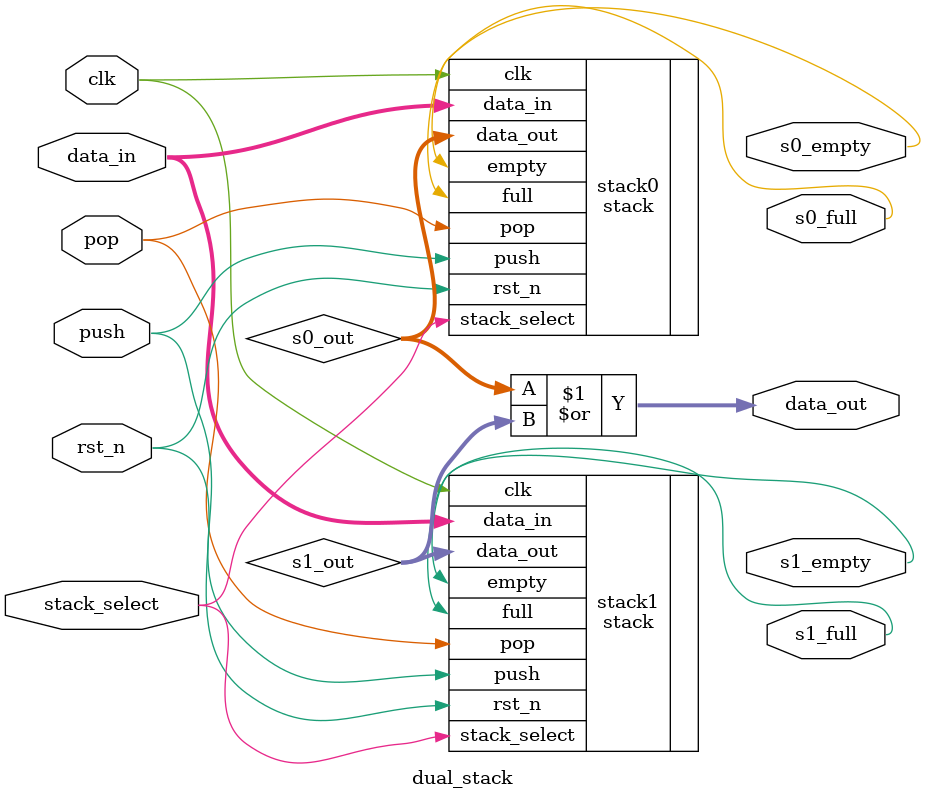
<source format=v>
/*
 * Copyright (c) 2024 Andrew Dona-Couch
 * SPDX-License-Identifier: Apache-2.0
 */

`default_nettype none

module dual_stack (
    input  wire       clk,
    input  wire       rst_n,
    output wire       s0_empty,
    output wire       s0_full,
    output wire       s1_empty,
    output wire       s1_full,
    input  wire       stack_select,
    input  wire       push,
    input  wire       pop,
    input  wire [7:0] data_in,
    output wire [7:0] data_out
);

  wire [7:0] s0_out, s1_out;
  assign data_out = s0_out | s1_out;

  stack #(
    .ADDR(0),
    .WORDS(16)
  ) stack0 (
    .clk(clk),
    .rst_n(rst_n),
    .empty(s0_empty),
    .full(s0_full),
    .stack_select(stack_select),
    .push(push),
    .pop(pop),
    .data_in(data_in),
    .data_out(s0_out)
  );

  stack #(
    .ADDR(1),
    .WORDS(20)
  ) stack1 (
    .clk(clk),
    .rst_n(rst_n),
    .empty(s1_empty),
    .full(s1_full),
    .stack_select(stack_select),
    .push(push),
    .pop(pop),
    .data_in(data_in),
    .data_out(s1_out)
  );

endmodule

</source>
